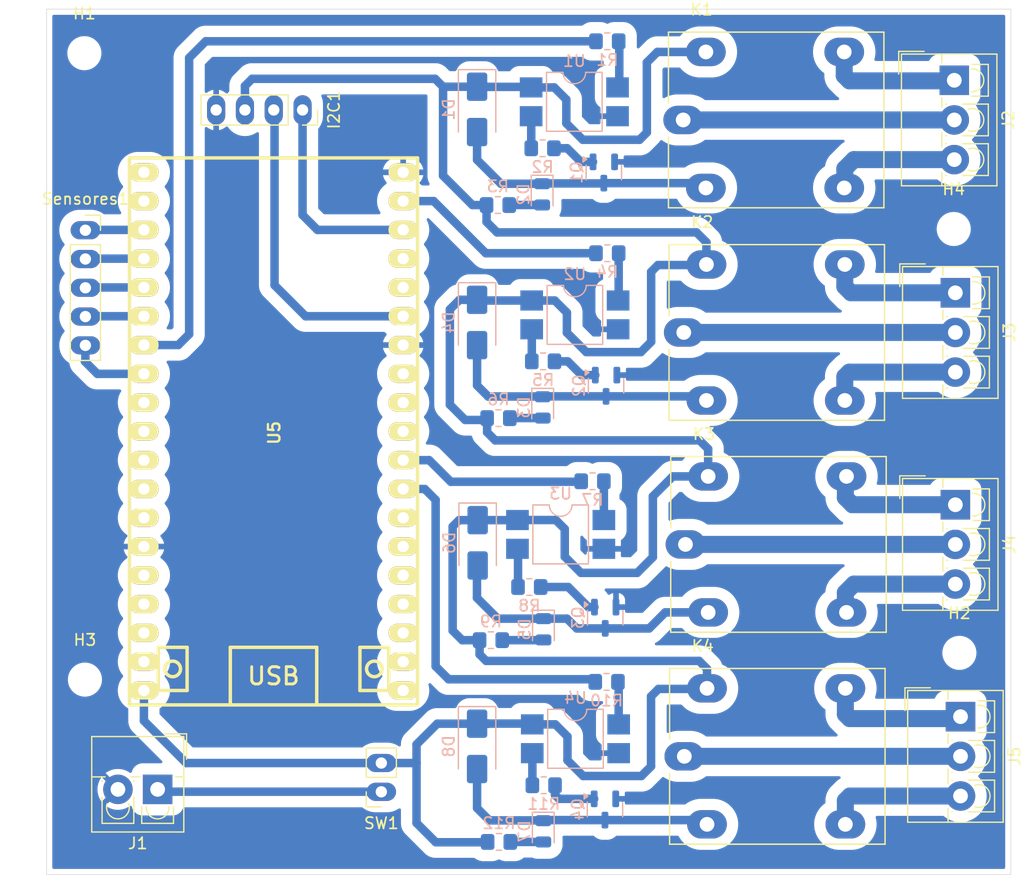
<source format=kicad_pcb>
(kicad_pcb (version 20241229) (generator "pcbnew") (generator_version "9.0")
  (layers (0 "F.Cu" signal) (2 "B.Cu" signal) (13 "F.Paste" user) (15 "B.Paste" user) (5 "F.SilkS" user "F.Silkscreen") (7 "B.SilkS" user "B.Silkscreen") (1 "F.Mask" user) (3 "B.Mask" user) (25 "Edge.Cuts" user))
  (net 0 "")
  (net 1 "Net-(D1-A)")
  (net 2 "VCC")
  (net 3 "Net-(D2-A)")
  (net 4 "Net-(D3-A)")
  (net 5 "Net-(D5-A)")
  (net 6 "Net-(J2-Pin_3)")
  (net 7 "Net-(J3-Pin_3)")
  (net 8 "Net-(J5-Pin_3)")
  (net 9 "Net-(J4-Pin_3)")
  (net 10 "GND")
  (net 11 "Net-(Q1-B)")
  (net 12 "Net-(Q2-B)")
  (net 13 "Net-(Q3-B)")
  (net 14 "Net-(Q4-B)")
  (net 15 "Net-(R1-Pad2)")
  (net 16 "Relay_1")
  (net 17 "Net-(R2-Pad1)")
  (net 18 "Net-(D7-A)")
  (net 19 "Net-(D3-K)")
  (net 20 "Net-(J4-Pin_2)")
  (net 21 "Net-(R4-Pad2)")
  (net 22 "Net-(R5-Pad1)")
  (net 23 "Net-(D5-K)")
  (net 24 "Net-(J4-Pin_1)")
  (net 25 "Net-(R7-Pad2)")
  (net 26 "Net-(R8-Pad1)")
  (net 27 "Net-(D7-K)")
  (net 28 "Net-(R10-Pad2)")
  (net 29 "Net-(R11-Pad1)")
  (net 30 "Net-(J2-Pin_2)")
  (net 31 "Net-(J2-Pin_1)")
  (net 32 "Net-(J3-Pin_2)")
  (net 33 "Net-(J3-Pin_1)")
  (net 34 "Net-(J5-Pin_2)")
  (net 35 "Net-(J5-Pin_1)")
  (net 36 "Relay_2")
  (net 37 "Relay_3")
  (net 38 "Relay_4")
  (net 57 "Net-(J1-Pin_1)")
  (net 58 "SCL")
  (net 59 "SDA")
  (net 63 "Input 34")
  (net 64 "Input 36")
  (net 66 "Input 35")
  (net 67 "Input 39")
  (net 68 "Io 33")
  (footprint "EESTN5:ESP32S" (layer "F.Cu") (at 115.45 96.56 -90)
    (property "Reference" "U5" (at 0.127 -0.0635 90) (layer "F.SilkS") (effects (font (size 1.016 1.016) (thickness 0.2032))))
    (property "Value" "DEVKIT_V1_ESP32-WROOM-32" (hide yes))
    (fp_text user "USB" (at 21.59 0 0) (layer "F.SilkS") (effects (font (size 1.524 1.524) (thickness 0.254))))
    (pad "1" thru_hole oval (at -22.86 11.43 90) (size 1.6 2.6) (drill 1) (layers "*.Cu" "*.Mask" "F.SilkS"))
    (pad "2" thru_hole oval (at -20.32 11.43 90) (size 1.6 2.6) (drill 1) (layers "*.Cu" "*.Mask" "F.SilkS"))
    (pad "3" thru_hole oval (at -17.78 11.43 90) (size 1.6 2.6) (drill 1) (layers "*.Cu" "*.Mask" "F.SilkS") (net 64 "Input 36"))
    (pad "4" thru_hole oval (at -15.24 11.43 90) (size 1.6 2.6) (drill 1) (layers "*.Cu" "*.Mask" "F.SilkS") (net 67 "Input 39"))
    (pad "5" thru_hole oval (at -12.7 11.43 90) (size 1.6 2.6) (drill 1) (layers "*.Cu" "*.Mask" "F.SilkS") (net 63 "Input 34"))
    (pad "6" thru_hole oval (at -10.16 11.43 90) (size 1.6 2.6) (drill 1) (layers "*.Cu" "*.Mask" "F.SilkS") (net 66 "Input 35"))
    (pad "7" thru_hole oval (at -7.62 11.43 90) (size 1.6 2.6) (drill 1) (layers "*.Cu" "*.Mask" "F.SilkS") (net 16 "Relay_1"))
    (pad "8" thru_hole oval (at -5.08 11.43 90) (size 1.6 2.6) (drill 1) (layers "*.Cu" "*.Mask" "F.SilkS") (net 68 "Io 33"))
    (pad "9" thru_hole oval (at -2.54 11.43 90) (size 1.6 2.6) (drill 1) (layers "*.Cu" "*.Mask" "F.SilkS"))
    (pad "10" thru_hole oval (at 0 11.43 90) (size 1.6 2.6) (drill 1) (layers "*.Cu" "*.Mask" "F.SilkS"))
    (pad "11" thru_hole oval (at 2.54 11.43 90) (size 1.6 2.6) (drill 1) (layers "*.Cu" "*.Mask" "F.SilkS"))
    (pad "12" thru_hole oval (at 5.08 11.43 90) (size 1.6 2.6) (drill 1) (layers "*.Cu" "*.Mask" "F.SilkS"))
    (pad "13" thru_hole oval (at 7.62 11.43 90) (size 1.6 2.6) (drill 1) (layers "*.Cu" "*.Mask" "F.SilkS"))
    (pad "14" thru_hole oval (at 10.16 11.43 90) (size 1.6 2.6) (drill 1) (layers "*.Cu" "*.Mask" "F.SilkS") (net 10 "GND"))
    (pad "15" thru_hole oval (at 12.7 11.43 90) (size 1.6 2.6) (drill 1) (layers "*.Cu" "*.Mask" "F.SilkS"))
    (pad "16" thru_hole oval (at 15.24 11.43 90) (size 1.6 2.6) (drill 1) (layers "*.Cu" "*.Mask" "F.SilkS"))
    (pad "17" thru_hole oval (at 17.78 11.43 90) (size 1.6 2.6) (drill 1) (layers "*.Cu" "*.Mask" "F.SilkS"))
    (pad "18" thru_hole oval (at 20.32 11.43 90) (size 1.6 2.6) (drill 1) (layers "*.Cu" "*.Mask" "F.SilkS"))
    (pad "19" thru_hole oval (at 22.86 11.43 90) (size 1.6 2.6) (drill 1) (layers "*.Cu" "*.Mask" "F.SilkS") (net 2 "VCC"))
    (pad "20" thru_hole oval (at 22.86 -11.43 90) (size 1.6 2.6) (drill 1) (layers "*.Cu" "*.Mask" "F.SilkS"))
    (pad "21" thru_hole oval (at 20.32 -11.43 90) (size 1.6 2.6) (drill 1) (layers "*.Cu" "*.Mask" "F.SilkS"))
    (pad "22" thru_hole oval (at 17.78 -11.43 90) (size 1.6 2.6) (drill 1) (layers "*.Cu" "*.Mask" "F.SilkS"))
    (pad "23" thru_hole oval (at 15.24 -11.43 90) (size 1.6 2.6) (drill 1) (layers "*.Cu" "*.Mask" "F.SilkS"))
    (pad "24" thru_hole oval (at 12.7 -11.43 90) (size 1.6 2.6) (drill 1) (layers "*.Cu" "*.Mask" "F.SilkS"))
    (pad "25" thru_hole oval (at 10.16 -11.43 90) (size 1.6 2.6) (drill 1) (layers "*.Cu" "*.Mask" "F.SilkS"))
    (pad "26" thru_hole oval (at 7.62 -11.43 90) (size 1.6 2.6) (drill 1) (layers "*.Cu" "*.Mask" "F.SilkS"))
    (pad "27" thru_hole oval (at 5.08 -11.43 90) (size 1.6 2.6) (drill 1) (layers "*.Cu" "*.Mask" "F.SilkS") (net 38 "Relay_4"))
    (pad "28" thru_hole oval (at 2.54 -11.43 90) (size 1.6 2.6) (drill 1) (layers "*.Cu" "*.Mask" "F.SilkS") (net 37 "Relay_3"))
    (pad "29" thru_hole oval (at 0 -11.43 90) (size 1.6 2.6) (drill 1) (layers "*.Cu" "*.Mask" "F.SilkS"))
    (pad "30" thru_hole oval (at -2.54 -11.43 90) (size 1.6 2.6) (drill 1) (layers "*.Cu" "*.Mask" "F.SilkS"))
    (pad "31" thru_hole oval (at -5.08 -11.43 90) (size 1.6 2.6) (drill 1) (layers "*.Cu" "*.Mask" "F.SilkS"))
    (pad "32" thru_hole oval (at -7.62 -11.43 90) (size 1.6 2.6) (drill 1) (layers "*.Cu" "*.Mask" "F.SilkS") (net 10 "GND"))
    (pad "33" thru_hole oval (at -10.16 -11.43 90) (size 1.6 2.6) (drill 1) (layers "*.Cu" "*.Mask" "F.SilkS") (net 59 "SDA"))
    (pad "34" thru_hole oval (at -12.7 -11.43 90) (size 1.6 2.6) (drill 1) (layers "*.Cu" "*.Mask" "F.SilkS"))
    (pad "35" thru_hole oval (at -15.24 -11.43 90) (size 1.6 2.6) (drill 1) (layers "*.Cu" "*.Mask" "F.SilkS"))
    (pad "36" thru_hole oval (at -17.78 -11.43 90) (size 1.6 2.6) (drill 1) (layers "*.Cu" "*.Mask" "F.SilkS") (net 58 "SCL"))
    (pad "37" thru_hole oval (at -20.32 -11.43 90) (size 1.6 2.6) (drill 1) (layers "*.Cu" "*.Mask" "F.SilkS") (net 36 "Relay_2"))
    (pad "38" thru_hole oval (at -22.86 -11.43 90) (size 1.6 2.6) (drill 1) (layers "*.Cu" "*.Mask" "F.SilkS") (net 10 "GND"))
  )
  (footprint "TerminalBlock_4Ucon:TerminalBlock_4Ucon_1x03_P3.50mm_Vertical" (layer "F.Cu") (at 175.575 84.33 -90)
    (property "Reference" "J3" (at 3.5 -4.76 90) (layer "F.SilkS"))
    (property "Value" "Re1")
    (pad "1" thru_hole rect (at 0 0 270) (size 2.6 2.6) (drill 1.3) (layers "*.Cu" "*.Mask") (net 33 "Net-(J3-Pin_1)"))
    (pad "2" thru_hole circle (at 3.5 0 270) (size 2.6 2.6) (drill 1.3) (layers "*.Cu" "*.Mask") (net 32 "Net-(J3-Pin_2)"))
    (pad "3" thru_hole circle (at 7 0 270) (size 2.6 2.6) (drill 1.3) (layers "*.Cu" "*.Mask") (net 7 "Net-(J3-Pin_3)"))
  )
  (footprint "MountingHole:MountingHole_2.5mm" (layer "F.Cu") (at 98.77 63.19)
    (property "Reference" "H1" (at 0 -3.5 0) (layer "F.SilkS"))
    (property "Value" "MountingHole")
    (pad "" np_thru_hole circle (at 0 0) (size 2.5 2.5) (drill 2.5) (layers "*.Cu" "*.Mask"))
  )
  (footprint "Connector_PinSocket_2.54mm:PinSocket_1x02_P2.54mm_Vertical" (layer "F.Cu") (at 124.955 128.36 180)
    (property "Reference" "SW1" (at 0 -2.77 0) (layer "F.SilkS"))
    (property "Value" "~")
    (pad "1" thru_hole oval (at 0 0 180) (size 2.6 1.6) (drill 1) (layers "*.Cu" "*.Mask") (net 57 "Net-(J1-Pin_1)"))
    (pad "2" thru_hole oval (at 0 2.54 180) (size 2.6 1.6) (drill 1) (layers "*.Cu" "*.Mask") (net 2 "VCC"))
  )
  (footprint "Relés:RELAY_PR14-12V-360-1C" (layer "F.Cu") (at 159.975 106.53)
    (property "Reference" "K3" (at -6.575 -9.735 0) (layer "F.SilkS"))
    (property "Value" "PR14-12V-360-1C")
    (pad "A1" thru_hole oval (at -6.2 -6) (size 3.5 2.5) (drill 1.3) (layers "*.Cu" "*.Mask") (net 2 "VCC"))
    (pad "A2" thru_hole oval (at -6.2 6) (size 3.5 2.5) (drill 1.3) (layers "*.Cu" "*.Mask") (net 23 "Net-(D5-K)"))
    (pad "COM" thru_hole oval (at -8.2 0) (size 3.5 2.5) (drill 1.3) (layers "*.Cu" "*.Mask") (net 20 "Net-(J4-Pin_2)"))
    (pad "NC" thru_hole oval (at 6 -6) (size 3.5 2.5) (drill 1.3) (layers "*.Cu" "*.Mask") (net 24 "Net-(J4-Pin_1)"))
    (pad "NO" thru_hole oval (at 6 6) (size 3.5 2.5) (drill 1.3) (layers "*.Cu" "*.Mask") (net 9 "Net-(J4-Pin_3)"))
  )
  (footprint "MountingHole:MountingHole_2.5mm" (layer "F.Cu") (at 175.43 78.7)
    (property "Reference" "H4" (at 0 -3.5 0) (layer "F.SilkS"))
    (property "Value" "MountingHole")
    (pad "" np_thru_hole circle (at 0 0) (size 2.5 2.5) (drill 2.5) (layers "*.Cu" "*.Mask"))
  )
  (footprint "TerminalBlock_4Ucon:TerminalBlock_4Ucon_1x03_P3.50mm_Vertical" (layer "F.Cu") (at 176.03 121.73 -90)
    (property "Reference" "J5" (at 3.5 -4.76 90) (layer "F.SilkS"))
    (property "Value" "Re1")
    (pad "1" thru_hole rect (at 0 0 270) (size 2.6 2.6) (drill 1.3) (layers "*.Cu" "*.Mask") (net 35 "Net-(J5-Pin_1)"))
    (pad "2" thru_hole circle (at 3.5 0 270) (size 2.6 2.6) (drill 1.3) (layers "*.Cu" "*.Mask") (net 34 "Net-(J5-Pin_2)"))
    (pad "3" thru_hole circle (at 7 0 270) (size 2.6 2.6) (drill 1.3) (layers "*.Cu" "*.Mask") (net 8 "Net-(J5-Pin_3)"))
  )
  (footprint "Relés:RELAY_PR14-12V-360-1C" (layer "F.Cu") (at 159.825 87.83)
    (property "Reference" "K2" (at -6.575 -9.735 0) (layer "F.SilkS"))
    (property "Value" "PR14-12V-360-1C")
    (pad "A1" thru_hole oval (at -6.2 -6) (size 3.5 2.5) (drill 1.3) (layers "*.Cu" "*.Mask") (net 2 "VCC"))
    (pad "A2" thru_hole oval (at -6.2 6) (size 3.5 2.5) (drill 1.3) (layers "*.Cu" "*.Mask") (net 19 "Net-(D3-K)"))
    (pad "COM" thru_hole oval (at -8.2 0) (size 3.5 2.5) (drill 1.3) (layers "*.Cu" "*.Mask") (net 32 "Net-(J3-Pin_2)"))
    (pad "NC" thru_hole oval (at 6 -6) (size 3.5 2.5) (drill 1.3) (layers "*.Cu" "*.Mask") (net 33 "Net-(J3-Pin_1)"))
    (pad "NO" thru_hole oval (at 6 6) (size 3.5 2.5) (drill 1.3) (layers "*.Cu" "*.Mask") (net 7 "Net-(J3-Pin_3)"))
  )
  (footprint "Connector_PinSocket_2.54mm:PinSocket_1x05_P2.54mm_Vertical" (layer "F.Cu") (at 98.86 78.81)
    (property "Reference" "Sensores1" (at 0 -2.77 0) (layer "F.SilkS"))
    (property "Value" "Conn_01x05_Socket")
    (pad "1" thru_hole oval (at 0 0) (size 2.6 1.6) (drill 1) (layers "*.Cu" "*.Mask") (net 64 "Input 36"))
    (pad "2" thru_hole oval (at 0 2.54) (size 2.6 1.6) (drill 1) (layers "*.Cu" "*.Mask") (net 67 "Input 39"))
    (pad "3" thru_hole oval (at 0 5.08) (size 2.6 1.6) (drill 1) (layers "*.Cu" "*.Mask") (net 63 "Input 34"))
    (pad "4" thru_hole oval (at 0 7.62) (size 2.6 1.6) (drill 1) (layers "*.Cu" "*.Mask") (net 66 "Input 35"))
    (pad "5" thru_hole oval (at 0 10.16) (size 2.6 1.6) (drill 1) (layers "*.Cu" "*.Mask") (net 68 "Io 33"))
  )
  (footprint "MountingHole:MountingHole_2.5mm" (layer "F.Cu") (at 98.82 118.46)
    (property "Reference" "H3" (at 0 -3.5 0) (layer "F.SilkS"))
    (property "Value" "MountingHole")
    (pad "" np_thru_hole circle (at 0 0) (size 2.5 2.5) (drill 2.5) (layers "*.Cu" "*.Mask"))
  )
  (footprint "Relés:RELAY_PR14-12V-360-1C" (layer "F.Cu") (at 159.775 69.08)
    (property "Reference" "K1" (at -6.575 -9.735 0) (layer "F.SilkS"))
    (property "Value" "PR14-12V-360-1C")
    (pad "A1" thru_hole oval (at -6.2 -6) (size 3.5 2.5) (drill 1.3) (layers "*.Cu" "*.Mask") (net 2 "VCC"))
    (pad "A2" thru_hole oval (at -6.2 6) (size 3.5 2.5) (drill 1.3) (layers "*.Cu" "*.Mask") (net 1 "Net-(D1-A)"))
    (pad "COM" thru_hole oval (at -8.2 0) (size 3.5 2.5) (drill 1.3) (layers "*.Cu" "*.Mask") (net 30 "Net-(J2-Pin_2)"))
    (pad "NC" thru_hole oval (at 6 -6) (size 3.5 2.5) (drill 1.3) (layers "*.Cu" "*.Mask") (net 31 "Net-(J2-Pin_1)"))
    (pad "NO" thru_hole oval (at 6 6) (size 3.5 2.5) (drill 1.3) (layers "*.Cu" "*.Mask") (net 6 "Net-(J2-Pin_3)"))
  )
  (footprint "TerminalBlock_4Ucon:TerminalBlock_4Ucon_1x03_P3.50mm_Vertical" (layer "F.Cu") (at 175.575 103.03 -90)
    (property "Reference" "J4" (at 3.5 -4.76 90) (layer "F.SilkS"))
    (property "Value" "Re1")
    (pad "1" thru_hole rect (at 0 0 270) (size 2.6 2.6) (drill 1.3) (layers "*.Cu" "*.Mask") (net 24 "Net-(J4-Pin_1)"))
    (pad "2" thru_hole circle (at 3.5 0 270) (size 2.6 2.6) (drill 1.3) (layers "*.Cu" "*.Mask") (net 20 "Net-(J4-Pin_2)"))
    (pad "3" thru_hole circle (at 7 0 270) (size 2.6 2.6) (drill 1.3) (layers "*.Cu" "*.Mask") (net 9 "Net-(J4-Pin_3)"))
  )
  (footprint "TerminalBlock_4Ucon:TerminalBlock_4Ucon_1x02_P3.50mm_Vertical" (layer "F.Cu") (at 105.23 128.145 180)
    (property "Reference" "J1" (at 1.75 -4.76 0) (layer "F.SilkS"))
    (property "Value" "Entrada")
    (pad "1" thru_hole rect (at 0 0 180) (size 2.6 2.6) (drill 1.3) (layers "*.Cu" "*.Mask") (net 57 "Net-(J1-Pin_1)"))
    (pad "2" thru_hole circle (at 3.5 0 180) (size 2.6 2.6) (drill 1.3) (layers "*.Cu" "*.Mask") (net 10 "GND"))
  )
  (footprint "Connector_PinSocket_2.54mm:PinSocket_1x04_P2.54mm_Vertical" (layer "F.Cu") (at 118.01 68.2 -90)
    (property "Reference" "I2C1" (at 0 -2.77 90) (layer "F.SilkS"))
    (property "Value" "Display")
    (pad "1" thru_hole oval (at 0 0 270) (size 2.6 1.6) (drill 1) (layers "*.Cu" "*.Mask") (net 58 "SCL"))
    (pad "2" thru_hole oval (at 0 2.54 270) (size 2.6 1.6) (drill 1) (layers "*.Cu" "*.Mask") (net 59 "SDA"))
    (pad "3" thru_hole oval (at 0 5.08 270) (size 2.6 1.6) (drill 1) (layers "*.Cu" "*.Mask") (net 2 "VCC"))
    (pad "4" thru_hole oval (at 0 7.62 270) (size 2.6 1.6) (drill 1) (layers "*.Cu" "*.Mask") (net 10 "GND"))
  )
  (footprint "TerminalBlock_4Ucon:TerminalBlock_4Ucon_1x03_P3.50mm_Vertical" (layer "F.Cu") (at 175.48 65.58 -90)
    (property "Reference" "J2" (at 3.5 -4.76 90) (layer "F.SilkS"))
    (property "Value" "Re1")
    (pad "1" thru_hole rect (at 0 0 270) (size 2.6 2.6) (drill 1.3) (layers "*.Cu" "*.Mask") (net 31 "Net-(J2-Pin_1)"))
    (pad "2" thru_hole circle (at 3.5 0 270) (size 2.6 2.6) (drill 1.3) (layers "*.Cu" "*.Mask") (net 30 "Net-(J2-Pin_2)"))
    (pad "3" thru_hole circle (at 7 0 270) (size 2.6 2.6) (drill 1.3) (layers "*.Cu" "*.Mask") (net 6 "Net-(J2-Pin_3)"))
  )
  (footprint "MountingHole:MountingHole_2.5mm" (layer "F.Cu") (at 175.93 116.1)
    (property "Reference" "H2" (at 0 -3.5 0) (layer "F.SilkS"))
    (property "Value" "MountingHole")
    (pad "" np_thru_hole circle (at 0 0) (size 2.5 2.5) (drill 2.5) (layers "*.Cu" "*.Mask"))
  )
  (footprint "Relés:RELAY_PR14-12V-360-1C" (layer "F.Cu") (at 159.875 125.23)
    (property "Reference" "K4" (at -6.575 -9.735 0) (layer "F.SilkS"))
    (property "Value" "PR14-12V-360-1C")
    (pad "A1" thru_hole oval (at -6.2 -6) (size 3.5 2.5) (drill 1.3) (layers "*.Cu" "*.Mask") (net 2 "VCC"))
    (pad "A2" thru_hole oval (at -6.2 6) (size 3.5 2.5) (drill 1.3) (layers "*.Cu" "*.Mask") (net 27 "Net-(D7-K)"))
    (pad "COM" thru_hole oval (at -8.2 0) (size 3.5 2.5) (drill 1.3) (layers "*.Cu" "*.Mask") (net 34 "Net-(J5-Pin_2)"))
    (pad "NC" thru_hole oval (at 6 -6) (size 3.5 2.5) (drill 1.3) (layers "*.Cu" "*.Mask") (net 35 "Net-(J5-Pin_1)"))
    (pad "NO" thru_hole oval (at 6 6) (size 3.5 2.5) (drill 1.3) (layers "*.Cu" "*.Mask") (net 8 "Net-(J5-Pin_3)"))
  )
  (footprint "Resistor_SMD:R_0805_2012Metric_Pad1.20x1.40mm_HandSolder" (layer "B.Cu") (at 143.58 100.96)
    (property "Reference" "R7" (at 0 1.65 0) (layer "B.SilkS") (effects (justify mirror)))
    (property "Value" "330")
    (pad "1" smd roundrect (at -1 0) (size 1.2 1.4) (layers "B.Cu" "B.Mask" "B.Paste") (roundrect_rratio 0.208333) (net 37 "Relay_3"))
    (pad "2" smd roundrect (at 1 0) (size 1.2 1.4) (layers "B.Cu" "B.Mask" "B.Paste") (roundrect_rratio 0.208333) (net 25 "Net-(R7-Pad2)"))
  )
  (footprint "Package_DIP:SMDIP-4_W7.62mm" (layer "B.Cu") (at 140.77 105.65 180)
    (property "Reference" "U3" (at 0 3.6 0) (layer "B.SilkS") (effects (justify mirror)))
    (property "Value" "PC817")
    (pad "1" smd rect (at -3.81 1.27 180) (size 2 1.78) (layers "B.Cu" "B.Mask" "B.Paste") (net 25 "Net-(R7-Pad2)"))
    (pad "2" smd rect (at -3.81 -1.27 180) (size 2 1.78) (layers "B.Cu" "B.Mask" "B.Paste") (net 10 "GND"))
    (pad "3" smd rect (at 3.81 -1.27 180) (size 2 1.78) (layers "B.Cu" "B.Mask" "B.Paste") (net 26 "Net-(R8-Pad1)"))
    (pad "4" smd rect (at 3.81 1.27 180) (size 2 1.78) (layers "B.Cu" "B.Mask" "B.Paste") (net 2 "VCC"))
  )
  (footprint "Diode_SMD:D_SMA" (layer "B.Cu") (at 133.45 106.39 -90)
    (property "Reference" "D6" (at 0 2.5 90) (layer "B.SilkS") (effects (justify mirror)))
    (property "Value" "1N4007")
    (pad "1" smd roundrect (at -2 0 270) (size 2.5 1.8) (layers "B.Cu" "B.Mask" "B.Paste") (roundrect_rratio 0.1388888889) (net 2 "VCC"))
    (pad "2" smd roundrect (at 2 0 270) (size 2.5 1.8) (layers "B.Cu" "B.Mask" "B.Paste") (roundrect_rratio 0.1388888889) (net 23 "Net-(D5-K)"))
  )
  (footprint "Resistor_SMD:R_0805_2012Metric_Pad1.20x1.40mm_HandSolder" (layer "B.Cu") (at 144.885 80.84)
    (property "Reference" "R4" (at 0 1.65 0) (layer "B.SilkS") (effects (justify mirror)))
    (property "Value" "330")
    (pad "1" smd roundrect (at -1 0) (size 1.2 1.4) (layers "B.Cu" "B.Mask" "B.Paste") (roundrect_rratio 0.208333) (net 36 "Relay_2"))
    (pad "2" smd roundrect (at 1 0) (size 1.2 1.4) (layers "B.Cu" "B.Mask" "B.Paste") (roundrect_rratio 0.208333) (net 21 "Net-(R4-Pad2)"))
  )
  (footprint "Resistor_SMD:R_0805_2012Metric_Pad1.20x1.40mm_HandSolder" (layer "B.Cu") (at 144.82 118.66)
    (property "Reference" "R10" (at 0 1.65 0) (layer "B.SilkS") (effects (justify mirror)))
    (property "Value" "330")
    (pad "1" smd roundrect (at -1 0) (size 1.2 1.4) (layers "B.Cu" "B.Mask" "B.Paste") (roundrect_rratio 0.208333) (net 38 "Relay_4"))
    (pad "2" smd roundrect (at 1 0) (size 1.2 1.4) (layers "B.Cu" "B.Mask" "B.Paste") (roundrect_rratio 0.208333) (net 28 "Net-(R10-Pad2)"))
  )
  (footprint "Resistor_SMD:R_0805_2012Metric_Pad1.20x1.40mm_HandSolder" (layer "B.Cu") (at 135.235 76.59 180)
    (property "Reference" "R3" (at 0 1.65 0) (layer "B.SilkS") (effects (justify mirror)))
    (property "Value" "330")
    (pad "1" smd roundrect (at -1 0 180) (size 1.2 1.4) (layers "B.Cu" "B.Mask" "B.Paste") (roundrect_rratio 0.208333) (net 3 "Net-(D2-A)"))
    (pad "2" smd roundrect (at 1 0 180) (size 1.2 1.4) (layers "B.Cu" "B.Mask" "B.Paste") (roundrect_rratio 0.208333) (net 2 "VCC"))
  )
  (footprint "Resistor_SMD:R_0805_2012Metric_Pad1.20x1.40mm_HandSolder" (layer "B.Cu") (at 139.225 90.38)
    (property "Reference" "R5" (at 0 1.65 0) (layer "B.SilkS") (effects (justify mirror)))
    (property "Value" "1k")
    (pad "1" smd roundrect (at -1 0) (size 1.2 1.4) (layers "B.Cu" "B.Mask" "B.Paste") (roundrect_rratio 0.208333) (net 22 "Net-(R5-Pad1)"))
    (pad "2" smd roundrect (at 1 0) (size 1.2 1.4) (layers "B.Cu" "B.Mask" "B.Paste") (roundrect_rratio 0.208333) (net 12 "Net-(Q2-B)"))
  )
  (footprint "Resistor_SMD:R_0805_2012Metric_Pad1.20x1.40mm_HandSolder" (layer "B.Cu") (at 138.01 110.29)
    (property "Reference" "R8" (at 0 1.65 0) (layer "B.SilkS") (effects (justify mirror)))
    (property "Value" "1k")
    (pad "1" smd roundrect (at -1 0) (size 1.2 1.4) (layers "B.Cu" "B.Mask" "B.Paste") (roundrect_rratio 0.208333) (net 26 "Net-(R8-Pad1)"))
    (pad "2" smd roundrect (at 1 0) (size 1.2 1.4) (layers "B.Cu" "B.Mask" "B.Paste") (roundrect_rratio 0.208333) (net 13 "Net-(Q3-B)"))
  )
  (footprint "Resistor_SMD:R_0805_2012Metric_Pad1.20x1.40mm_HandSolder" (layer "B.Cu") (at 134.62 114.98 180)
    (property "Reference" "R9" (at 0 1.65 0) (layer "B.SilkS") (effects (justify mirror)))
    (property "Value" "330")
    (pad "1" smd roundrect (at -1 0 180) (size 1.2 1.4) (layers "B.Cu" "B.Mask" "B.Paste") (roundrect_rratio 0.208333) (net 5 "Net-(D5-A)"))
    (pad "2" smd roundrect (at 1 0 180) (size 1.2 1.4) (layers "B.Cu" "B.Mask" "B.Paste") (roundrect_rratio 0.208333) (net 2 "VCC"))
  )
  (footprint "LED_SMD:LED_0805_2012Metric" (layer "B.Cu") (at 139.185 94.445 -90)
    (property "Reference" "D3" (at 0 1.65 90) (layer "B.SilkS") (effects (justify mirror)))
    (property "Value" "LED")
    (pad "1" smd roundrect (at -0.9375 0 270) (size 0.975 1.4) (layers "B.Cu" "B.Mask" "B.Paste") (net 19 "Net-(D3-K)"))
    (pad "2" smd roundrect (at 0.9375 0 270) (size 0.975 1.4) (layers "B.Cu" "B.Mask" "B.Paste") (net 4 "Net-(D3-A)"))
  )
  (footprint "Resistor_SMD:R_0805_2012Metric_Pad1.20x1.40mm_HandSolder" (layer "B.Cu") (at 139.275 127.78)
    (property "Reference" "R11" (at 0 1.65 0) (layer "B.SilkS") (effects (justify mirror)))
    (property "Value" "1k")
    (pad "1" smd roundrect (at -1 0) (size 1.2 1.4) (layers "B.Cu" "B.Mask" "B.Paste") (roundrect_rratio 0.208333) (net 29 "Net-(R11-Pad1)"))
    (pad "2" smd roundrect (at 1 0) (size 1.2 1.4) (layers "B.Cu" "B.Mask" "B.Paste") (roundrect_rratio 0.208333) (net 14 "Net-(Q4-B)"))
  )
  (footprint "Package_TO_SOT_SMD:SOT-23" (layer "B.Cu") (at 144.775 92.53 -90)
    (property "Reference" "Q2" (at 0 2.4 90) (layer "B.SilkS") (effects (justify mirror)))
    (property "Value" "MMBT2222A")
    (pad "1" smd roundrect (at -0.9375 0.95 270) (size 1.475 0.6) (layers "B.Cu" "B.Mask" "B.Paste") (net 12 "Net-(Q2-B)"))
    (pad "2" smd roundrect (at -0.9375 -0.95 270) (size 1.475 0.6) (layers "B.Cu" "B.Mask" "B.Paste") (net 10 "GND"))
    (pad "3" smd roundrect (at 0.9375 0 270) (size 1.475 0.6) (layers "B.Cu" "B.Mask" "B.Paste") (net 19 "Net-(D3-K)"))
  )
  (footprint "LED_SMD:LED_0805_2012Metric" (layer "B.Cu") (at 139.25 114.02 -90)
    (property "Reference" "D5" (at 0 1.65 90) (layer "B.SilkS") (effects (justify mirror)))
    (property "Value" "LED")
    (pad "1" smd roundrect (at -0.9375 0 270) (size 0.975 1.4) (layers "B.Cu" "B.Mask" "B.Paste") (net 23 "Net-(D5-K)"))
    (pad "2" smd roundrect (at 0.9375 0 270) (size 0.975 1.4) (layers "B.Cu" "B.Mask" "B.Paste") (net 5 "Net-(D5-A)"))
  )
  (footprint "Resistor_SMD:R_0805_2012Metric_Pad1.20x1.40mm_HandSolder" (layer "B.Cu") (at 135.285 95.39 180)
    (property "Reference" "R6" (at 0 1.65 0) (layer "B.SilkS") (effects (justify mirror)))
    (property "Value" "330")
    (pad "1" smd roundrect (at -1 0 180) (size 1.2 1.4) (layers "B.Cu" "B.Mask" "B.Paste") (roundrect_rratio 0.208333) (net 4 "Net-(D3-A)"))
    (pad "2" smd roundrect (at 1 0 180) (size 1.2 1.4) (layers "B.Cu" "B.Mask" "B.Paste") (roundrect_rratio 0.208333) (net 2 "VCC"))
  )
  (footprint "Package_DIP:SMDIP-4_W7.62mm" (layer "B.Cu") (at 142.075 123.68 180)
    (property "Reference" "U4" (at 0 3.6 0) (layer "B.SilkS") (effects (justify mirror)))
    (property "Value" "PC817")
    (pad "1" smd rect (at -3.81 1.27 180) (size 2 1.78) (layers "B.Cu" "B.Mask" "B.Paste") (net 28 "Net-(R10-Pad2)"))
    (pad "2" smd rect (at -3.81 -1.27 180) (size 2 1.78) (layers "B.Cu" "B.Mask" "B.Paste") (net 10 "GND"))
    (pad "3" smd rect (at 3.81 -1.27 180) (size 2 1.78) (layers "B.Cu" "B.Mask" "B.Paste") (net 29 "Net-(R11-Pad1)"))
    (pad "4" smd rect (at 3.81 1.27 180) (size 2 1.78) (layers "B.Cu" "B.Mask" "B.Paste") (net 2 "VCC"))
  )
  (footprint "Package_TO_SOT_SMD:SOT-23" (layer "B.Cu") (at 144.7 113 -90)
    (property "Reference" "Q3" (at 0 2.4 90) (layer "B.SilkS") (effects (justify mirror)))
    (property "Value" "MMBT2222A")
    (pad "1" smd roundrect (at -0.9375 0.95 270) (size 1.475 0.6) (layers "B.Cu" "B.Mask" "B.Paste") (net 13 "Net-(Q3-B)"))
    (pad "2" smd roundrect (at -0.9375 -0.95 270) (size 1.475 0.6) (layers "B.Cu" "B.Mask" "B.Paste") (net 10 "GND"))
    (pad "3" smd roundrect (at 0.9375 0 270) (size 1.475 0.6) (layers "B.Cu" "B.Mask" "B.Paste") (net 23 "Net-(D5-K)"))
  )
  (footprint "Resistor_SMD:R_0805_2012Metric_Pad1.20x1.40mm_HandSolder" (layer "B.Cu") (at 144.885 62.14)
    (property "Reference" "R1" (at 0 1.65 0) (layer "B.SilkS") (effects (justify mirror)))
    (property "Value" "330")
    (pad "1" smd roundrect (at -1 0) (size 1.2 1.4) (layers "B.Cu" "B.Mask" "B.Paste") (roundrect_rratio 0.208333) (net 16 "Relay_1"))
    (pad "2" smd roundrect (at 1 0) (size 1.2 1.4) (layers "B.Cu" "B.Mask" "B.Paste") (roundrect_rratio 0.208333) (net 15 "Net-(R1-Pad2)"))
  )
  (footprint "LED_SMD:LED_0805_2012Metric" (layer "B.Cu") (at 139.135 75.645 -90)
    (property "Reference" "D2" (at 0 1.65 90) (layer "B.SilkS") (effects (justify mirror)))
    (property "Value" "LED")
    (pad "1" smd roundrect (at -0.9375 0 270) (size 0.975 1.4) (layers "B.Cu" "B.Mask" "B.Paste") (net 1 "Net-(D1-A)"))
    (pad "2" smd roundrect (at 0.9375 0 270) (size 0.975 1.4) (layers "B.Cu" "B.Mask" "B.Paste") (net 3 "Net-(D2-A)"))
  )
  (footprint "Package_DIP:SMDIP-4_W7.62mm" (layer "B.Cu") (at 141.975 67.48 180)
    (property "Reference" "U1" (at 0 3.6 0) (layer "B.SilkS") (effects (justify mirror)))
    (property "Value" "PC817")
    (pad "1" smd rect (at -3.81 1.27 180) (size 2 1.78) (layers "B.Cu" "B.Mask" "B.Paste") (net 15 "Net-(R1-Pad2)"))
    (pad "2" smd rect (at -3.81 -1.27 180) (size 2 1.78) (layers "B.Cu" "B.Mask" "B.Paste") (net 10 "GND"))
    (pad "3" smd rect (at 3.81 -1.27 180) (size 2 1.78) (layers "B.Cu" "B.Mask" "B.Paste") (net 17 "Net-(R2-Pad1)"))
    (pad "4" smd rect (at 3.81 1.27 180) (size 2 1.78) (layers "B.Cu" "B.Mask" "B.Paste") (net 2 "VCC"))
  )
  (footprint "Diode_SMD:D_SMA" (layer "B.Cu") (at 133.4 68.15 -90)
    (property "Reference" "D1" (at 0 2.5 90) (layer "B.SilkS") (effects (justify mirror)))
    (property "Value" "1N4007")
    (pad "1" smd roundrect (at -2 0 270) (size 2.5 1.8) (layers "B.Cu" "B.Mask" "B.Paste") (roundrect_rratio 0.1388888889) (net 2 "VCC"))
    (pad "2" smd roundrect (at 2 0 270) (size 2.5 1.8) (layers "B.Cu" "B.Mask" "B.Paste") (roundrect_rratio 0.1388888889) (net 1 "Net-(D1-A)"))
  )
  (footprint "Package_DIP:SMDIP-4_W7.62mm" (layer "B.Cu") (at 142.025 86.28 180)
    (property "Reference" "U2" (at 0 3.6 0) (layer "B.SilkS") (effects (justify mirror)))
    (property "Value" "PC817")
    (pad "1" smd rect (at -3.81 1.27 180) (size 2 1.78) (layers "B.Cu" "B.Mask" "B.Paste") (net 21 "Net-(R4-Pad2)"))
    (pad "2" smd rect (at -3.81 -1.27 180) (size 2 1.78) (layers "B.Cu" "B.Mask" "B.Paste") (net 10 "GND"))
    (pad "3" smd rect (at 3.81 -1.27 180) (size 2 1.78) (layers "B.Cu" "B.Mask" "B.Paste") (net 22 "Net-(R5-Pad1)"))
    (pad "4" smd rect (at 3.81 1.27 180) (size 2 1.78) (layers "B.Cu" "B.Mask" "B.Paste") (net 2 "VCC"))
  )
  (footprint "Diode_SMD:D_SMA" (layer "B.Cu") (at 133.4 124.35 -90)
    (property "Reference" "D8" (at 0 2.5 90) (layer "B.SilkS") (effects (justify mirror)))
    (property "Value" "1N4007")
    (pad "1" smd roundrect (at -2 0 270) (size 2.5 1.8) (layers "B.Cu" "B.Mask" "B.Paste") (roundrect_rratio 0.1388888889) (net 2 "VCC"))
    (pad "2" smd roundrect (at 2 0 270) (size 2.5 1.8) (layers "B.Cu" "B.Mask" "B.Paste") (roundrect_rratio 0.1388888889) (net 27 "Net-(D7-K)"))
  )
  (footprint "Resistor_SMD:R_0805_2012Metric_Pad1.20x1.40mm_HandSolder" (layer "B.Cu") (at 139.175 71.58)
    (property "Reference" "R2" (at 0 1.65 0) (layer "B.SilkS") (effects (justify mirror)))
    (property "Value" "1k")
    (pad "1" smd roundrect (at -1 0) (size 1.2 1.4) (layers "B.Cu" "B.Mask" "B.Paste") (roundrect_rratio 0.208333) (net 17 "Net-(R2-Pad1)"))
    (pad "2" smd roundrect (at 1 0) (size 1.2 1.4) (layers "B.Cu" "B.Mask" "B.Paste") (roundrect_rratio 0.208333) (net 11 "Net-(Q1-B)"))
  )
  (footprint "Package_TO_SOT_SMD:SOT-23" (layer "B.Cu") (at 144.575 73.7175 -90)
    (property "Reference" "Q1" (at 0 2.4 90) (layer "B.SilkS") (effects (justify mirror)))
    (property "Value" "MMBT2222A")
    (pad "1" smd roundrect (at -0.9375 0.95 270) (size 1.475 0.6) (layers "B.Cu" "B.Mask" "B.Paste") (net 11 "Net-(Q1-B)"))
    (pad "2" smd roundrect (at -0.9375 -0.95 270) (size 1.475 0.6) (layers "B.Cu" "B.Mask" "B.Paste") (net 10 "GND"))
    (pad "3" smd roundrect (at 0.9375 0 270) (size 1.475 0.6) (layers "B.Cu" "B.Mask" "B.Paste") (net 1 "Net-(D1-A)"))
  )
  (footprint "Resistor_SMD:R_0805_2012Metric_Pad1.20x1.40mm_HandSolder" (layer "B.Cu") (at 135.33 132.78 180)
    (property "Reference" "R12" (at 0 1.65 0) (layer "B.SilkS") (effects (justify mirror)))
    (property "Value" "330")
    (pad "1" smd roundrect (at -1 0 180) (size 1.2 1.4) (layers "B.Cu" "B.Mask" "B.Paste") (roundrect_rratio 0.208333) (net 18 "Net-(D7-A)"))
    (pad "2" smd roundrect (at 1 0 180) (size 1.2 1.4) (layers "B.Cu" "B.Mask" "B.Paste") (roundrect_rratio 0.208333) (net 2 "VCC"))
  )
  (footprint "Package_TO_SOT_SMD:SOT-23" (layer "B.Cu") (at 144.675 129.9175 -90)
    (property "Reference" "Q4" (at 0 2.4 90) (layer "B.SilkS") (effects (justify mirror)))
    (property "Value" "MMBT2222A")
    (pad "1" smd roundrect (at -0.9375 0.95 270) (size 1.475 0.6) (layers "B.Cu" "B.Mask" "B.Paste") (net 14 "Net-(Q4-B)"))
    (pad "2" smd roundrect (at -0.9375 -0.95 270) (size 1.475 0.6) (layers "B.Cu" "B.Mask" "B.Paste") (net 10 "GND"))
    (pad "3" smd roundrect (at 0.9375 0 270) (size 1.475 0.6) (layers "B.Cu" "B.Mask" "B.Paste") (net 27 "Net-(D7-K)"))
  )
  (footprint "LED_SMD:LED_0805_2012Metric" (layer "B.Cu") (at 139.235 131.845 -90)
    (property "Reference" "D7" (at 0 1.65 90) (layer "B.SilkS") (effects (justify mirror)))
    (property "Value" "LED")
    (pad "1" smd roundrect (at -0.9375 0 270) (size 0.975 1.4) (layers "B.Cu" "B.Mask" "B.Paste") (net 27 "Net-(D7-K)"))
    (pad "2" smd roundrect (at 0.9375 0 270) (size 0.975 1.4) (layers "B.Cu" "B.Mask" "B.Paste") (net 18 "Net-(D7-A)"))
  )
  (footprint "Diode_SMD:D_SMA" (layer "B.Cu") (at 133.4 86.95 -90)
    (property "Reference" "D4" (at 0 2.5 90) (layer "B.SilkS") (effects (justify mirror)))
    (property "Value" "1N4007")
    (pad "1" smd roundrect (at -2 0 270) (size 2.5 1.8) (layers "B.Cu" "B.Mask" "B.Paste") (roundrect_rratio 0.1388888889) (net 2 "VCC"))
    (pad "2" smd roundrect (at 2 0 270) (size 2.5 1.8) (layers "B.Cu" "B.Mask" "B.Paste") (roundrect_rratio 0.1388888889) (net 19 "Net-(D3-K)"))
  )
  (gr_rect (start 95.44 59.305) (end 180.47 135.665) (stroke (width 0.05)) (fill no) (layer "Edge.Cuts"))
  (segment (start 153.575 74.575) (end 153.575 75.08) (width 0.75) (layer "B.Cu") (net 1))
  (segment (start 153.525 75.03) (end 153.625 75.13) (width 0.75) (layer "B.Cu") (net 1))
  (segment (start 144.53 74.68) (end 139.1625 74.68) (width 0.75) (layer "B.Cu") (net 1))
  (segment (start 153.625 74.625) (end 153.625 75.13) (width 0.75) (layer "B.Cu") (net 1))
  (segment (start 135.5075 74.7075) (end 139.135 74.7075) (width 0.75) (layer "B.Cu") (net 1))
  (segment (start 133.4 72.6) (end 135.5075 74.7075) (width 0.75) (layer "B.Cu") (net 1))
  (segment (start 133.4 70.15) (end 133.4 72.6) (width 0.75) (layer "B.Cu") (net 1))
  (segment (start 144.565 74.645) (end 144.53 74.68) (width 0.75) (layer "B.Cu") (net 1))
  (segment (start 153.15 74.655) (end 153.575 75.08) (width 0.75) (layer "B.Cu") (net 1))
  (segment (start 144.575 74.655) (end 153.15 74.655) (width 0.75) (layer "B.Cu") (net 1))
  (segment (start 139.1625 74.68) (end 139.135 74.7075) (width 0.75) (layer "B.Cu") (net 1))
  (segment (start 134.285 66.16) (end 134.275 66.15) (width 0.75) (layer "B.Cu") (net 2))
  (segment (start 138.165 66.21) (end 140.2 66.21) (width 0.75) (layer "B.Cu") (net 2))
  (segment (start 132.09 114.98) (end 133.62 114.98) (width 0.75) (layer "B.Cu") (net 2))
  (segment (start 153.02 97.35) (end 153.775 98.105) (width 0.75) (layer "B.Cu") (net 2))
  (segment (start 113.56 65.45) (end 112.93 66.08) (width 0.75) (layer "B.Cu") (net 2))
  (segment (start 148.37 70.185) (end 148.37 64.01) (width 0.75) (layer "B.Cu") (net 2))
  (segment (start 104.02 122.09) (end 104.02 119.42) (width 0.75) (layer "B.Cu") (net 2))
  (segment (start 138.215 85.01) (end 140.25 85.01) (width 0.75) (layer "B.Cu") (net 2))
  (segment (start 147.725 70.83) (end 148.37 70.185) (width 0.75) (layer "B.Cu") (net 2))
  (segment (start 148.75 82.48) (end 149.35 81.88) (width 0.75) (layer "B.Cu") (net 2))
  (segment (start 138.195 122.34) (end 134.385 122.34) (width 0.75) (layer "B.Cu") (net 2))
  (segment (start 132.99 76.59) (end 130.4 74) (width 0.75) (layer "B.Cu") (net 2))
  (segment (start 142.72 70.83) (end 147.725 70.83) (width 0.75) (layer "B.Cu") (net 2))
  (segment (start 134.285 95.545) (end 134.285 96.64) (width 0.75) (layer "B.Cu") (net 2))
  (segment (start 153.775 98.105) (end 153.775 100.53) (width 0.75) (layer "B.Cu") (net 2))
  (segment (start 133.62 114.98) (end 133.62 116.23) (width 0.75) (layer "B.Cu") (net 2))
  (segment (start 141.13 105.17) (end 141.13 107.61) (width 0.75) (layer "B.Cu") (net 2))
  (segment (start 112.93 66.08) (end 112.93 68.2) (width 0.75) (layer "B.Cu") (net 2))
  (segment (start 131.81 104.39) (end 131.245 104.955) (width 0.75) (layer "B.Cu") (net 2))
  (segment (start 141.32 86.08) (end 141.32 87.85) (width 0.75) (layer "B.Cu") (net 2))
  (segment (start 129.76 132.81) (end 128.06 131.11) (width 0.75) (layer "B.Cu") (net 2))
  (segment (start 138.265 122.41) (end 140.3 122.41) (width 0.75) (layer "B.Cu") (net 2))
  (segment (start 131.85 84.95) (end 133.4 84.95) (width 0.75) (layer "B.Cu") (net 2))
  (segment (start 148.37 64.01) (end 149.3 63.08) (width 0.75) (layer "B.Cu") (net 2))
  (segment (start 134.995 97.35) (end 153.02 97.35) (width 0.75) (layer "B.Cu") (net 2))
  (segment (start 140.2 66.21) (end 141.27 67.28) (width 0.75) (layer "B.Cu") (net 2))
  (segment (start 147.89 126.965) (end 148.74 126.115) (width 0.75) (layer "B.Cu") (net 2))
  (segment (start 133.45 104.39) (end 131.81 104.39) (width 0.75) (layer "B.Cu") (net 2))
  (segment (start 130.4 74) (end 130.4 66.15) (width 0.75) (layer "B.Cu") (net 2))
  (segment (start 140.25 85.01) (end 141.32 86.08) (width 0.75) (layer "B.Cu") (net 2))
  (segment (start 132.35 95.55) (end 131 94.2) (width 0.75) (layer "B.Cu") (net 2))
  (segment (start 140.3 122.41) (end 141.37 123.48) (width 0.75) (layer "B.Cu") (net 2))
  (segment (start 131.245 114.135) (end 132.09 114.98) (width 0.75) (layer "B.Cu") (net 2))
  (segment (start 128.06 131.11) (end 128.06 125.82) (width 0.75) (layer "B.Cu") (net 2))
  (segment (start 133.4 84.95) (end 133.46 85.01) (width 0.75) (layer "B.Cu") (net 2))
  (segment (start 131.245 104.955) (end 131.245 114.135) (width 0.75) (layer "B.Cu") (net 2))
  (segment (start 141.27 69.38) (end 142.72 70.83) (width 0.75) (layer "B.Cu") (net 2))
  (segment (start 149.3 63.08) (end 153.575 63.08) (width 0.75) (layer "B.Cu") (net 2))
  (segment (start 130.4 66.15) (end 129.7 65.45) (width 0.75) (layer "B.Cu") (net 2))
  (segment (start 148.75 88.655) (end 148.75 82.48) (width 0.75) (layer "B.Cu") (net 2))
  (segment (start 150.66 100.53) (end 153.775 100.53) (width 0.75) (layer "B.Cu") (net 2))
  (segment (start 128.06 125.82) (end 124.955 125.82) (width 0.75) (layer "B.Cu") (net 2))
  (segment (start 107.75 125.82) (end 104.02 122.09) (width 0.75) (layer "B.Cu") (net 2))
  (segment (start 138.265 122.41) (end 138.195 122.34) (width 0.75) (layer "B.Cu") (net 2))
  (segment (start 149.35 81.88) (end 153.625 81.88) (width 0.75) (layer "B.Cu") (net 2))
  (segment (start 136.95 104.39) (end 136.96 104.38) (width 0.75) (layer "B.Cu") (net 2))
  (segment (start 136.96 104.38) (end 140.34 104.38) (width 0.75) (layer "B.Cu") (net 2))
  (segment (start 140.34 104.38) (end 141.13 105.17) (width 0.75) (layer "B.Cu") (net 2))
  (segment (start 141.37 123.48) (end 141.37 125.58) (width 0.75) (layer "B.Cu") (net 2))
  (segment (start 141.13 107.61) (end 142.56 109.04) (width 0.75) (layer "B.Cu") (net 2))
  (segment (start 147.84 89.565) (end 148.75 88.655) (width 0.75) (layer "B.Cu") (net 2))
  (segment (start 134.425 95.55) (end 132.35 95.55) (width 0.75) (layer "B.Cu") (net 2))
  (segment (start 135.16 79) (end 152.75 79) (width 0.75) (layer "B.Cu") (net 2))
  (segment (start 153.675 117.505) (end 153.675 119.23) (width 0.75) (layer "B.Cu") (net 2))
  (segment (start 134.385 122.34) (end 134.375 122.35) (width 0.75) (layer "B.Cu") (net 2))
  (segment (start 133.62 116.23) (end 134.2 116.81) (width 0.75) (layer "B.Cu") (net 2))
  (segment (start 147.52 109.04) (end 148.9 107.66) (width 0.75) (layer "B.Cu") (net 2))
  (segment (start 129.89 122.35) (end 128.06 124.18) (width 0.75) (layer "B.Cu") (net 2))
  (segment (start 134.335 132.81) (end 129.76 132.81) (width 0.75) (layer "B.Cu") (net 2))
  (segment (start 152.98 116.81) (end 153.675 117.505) (width 0.75) (layer "B.Cu") (net 2))
  (segment (start 131 94.2) (end 131 85.8) (width 0.75) (layer "B.Cu") (net 2))
  (segment (start 133.46 85.01) (end 138.215 85.01) (width 0.75) (layer "B.Cu") (net 2))
  (segment (start 152.75 79) (end 153.625 79.875) (width 0.75) (layer "B.Cu") (net 2))
  (segment (start 141.37 125.58) (end 142.755 126.965) (width 0.75) (layer "B.Cu") (net 2))
  (segment (start 153.625 79.875) (end 153.625 81.83) (width 0.75) (layer "B.Cu") (net 2))
  (segment (start 149.4 119.28) (end 153.675 119.28) (width 0.75) (layer "B.Cu") (net 2))
  (segment (start 138.115 66.16) (end 134.285 66.16) (width 0.75) (layer "B.Cu") (net 2))
  (segment (start 148.74 126.115) (end 148.74 119.94) (width 0.75) (layer "B.Cu") (net 2))
  (segment (start 131 85.8) (end 131.85 84.95) (width 0.75) (layer "B.Cu") (net 2))
  (segment (start 134.235 76.59) (end 132.99 76.59) (width 0.75) (layer "B.Cu") (net 2))
  (segment (start 138.165 66.21) (end 138.115 66.16) (width 0.75) (layer "B.Cu") (net 2))
  (segment (start 148.9 102.29) (end 150.66 100.53) (width 0.75) (layer "B.Cu") (net 2))
  (segment (start 148.9 107.66) (end 148.9 102.29) (width 0.75) (layer "B.Cu") (net 2))
  (segment (start 134.235 76.59) (end 134.235 78.075) (width 0.75) (layer "B.Cu") (net 2))
  (segment (start 129.7 65.45) (end 113.56 65.45) (width 0.75) (layer "B.Cu") (net 2))
  (segment (start 133.45 104.39) (end 136.95 104.39) (width 0.75) (layer "B.Cu") (net 2))
  (segment (start 124.955 125.82) (end 107.75 125.82) (width 0.75) (layer "B.Cu") (net 2))
  (segment (start 142.56 109.04) (end 147.52 109.04) (width 0.75) (layer "B.Cu") (net 2))
  (segment (start 134.275 66.15) (end 130.4 66.15) (width 0.75) (layer "B.Cu") (net 2))
  (segment (start 134.375 122.35) (end 129.89 122.35) (width 0.75) (layer "B.Cu") (net 2))
  (segment (start 141.32 87.85) (end 143.035 89.565) (width 0.75) (layer "B.Cu") (net 2))
  (segment (start 134.235 78.075) (end 135.16 79) (width 0.75) (layer "B.Cu") (net 2))
  (segment (start 134.2 116.81) (end 152.98 116.81) (width 0.75) (layer "B.Cu") (net 2))
  (segment (start 142.755 126.965) (end 147.89 126.965) (width 0.75) (layer "B.Cu") (net 2))
  (segment (start 148.74 119.94) (end 149.4 119.28) (width 0.75) (layer "B.Cu") (net 2))
  (segment (start 134.285 96.64) (end 134.995 97.35) (width 0.75) (layer "B.Cu") (net 2))
  (segment (start 141.27 67.28) (end 141.27 69.38) (width 0.75) (layer "B.Cu") (net 2))
  (segment (start 143.035 89.565) (end 147.84 89.565) (width 0.75) (layer "B.Cu") (net 2))
  (segment (start 128.06 124.18) (end 128.06 125.82) (width 0.75) (layer "B.Cu") (net 2))
  (segment (start 136.2425 76.5825) (end 136.235 76.59) (width 0.75) (layer "B.Cu") (net 3))
  (segment (start 139.135 76.645) (end 139.0725 76.5825) (width 0.75) (layer "B.Cu") (net 3))
  (segment (start 139.0725 76.5825) (end 136.2425 76.5825) (width 0.75) (layer "B.Cu") (net 3))
  (segment (start 139.1225 95.3825) (end 136.2925 95.3825) (width 0.75) (layer "B.Cu") (net 4))
  (segment (start 139.185 95.445) (end 139.1225 95.3825) (width 0.75) (layer "B.Cu") (net 4))
  (segment (start 136.2925 95.3825) (end 136.285 95.39) (width 0.75) (layer "B.Cu") (net 4))
  (segment (start 135.62 114.98) (end 139.2275 114.98) (width 0.75) (layer "B.Cu") (net 5))
  (segment (start 139.2275 114.98) (end 139.25 114.9575) (width 0.75) (layer "B.Cu") (net 5))
  (segment (start 165.825 75.13) (end 165.825 73.38) (width 1.5) (layer "B.Cu") (net 6))
  (segment (start 165.825 73.38) (end 166.625 72.58) (width 1.5) (layer "B.Cu") (net 6))
  (segment (start 166.625 72.58) (end 175.48 72.58) (width 1.5) (layer "B.Cu") (net 6))
  (segment (start 165.825 91.7275) (end 166.2225 91.33) (width 1.5) (layer "B.Cu") (net 7))
  (segment (start 165.825 93.88) (end 165.825 91.7275) (width 1.5) (layer "B.Cu") (net 7))
  (segment (start 166.2225 91.33) (end 175.575 91.33) (width 1.5) (layer "B.Cu") (net 7))
  (segment (start 165.875 129.1275) (end 166.2725 128.73) (width 1.5) (layer "B.Cu") (net 8))
  (segment (start 166.2725 128.73) (end 175.625 128.73) (width 1.5) (layer "B.Cu") (net 8))
  (segment (start 165.875 131.23) (end 165.875 129.1275) (width 1.5) (layer "B.Cu") (net 8))
  (segment (start 165.875 112.53) (end 165.875 110.78) (width 1.5) (layer "B.Cu") (net 9))
  (segment (start 166.625 110.03) (end 175.58 110.03) (width 1.5) (layer "B.Cu") (net 9))
  (segment (start 165.875 110.78) (end 166.625 110.03) (width 1.5) (layer "B.Cu") (net 9))
  (segment (start 141.34868 71.58) (end 142.54868 72.78) (width 0.75) (layer "B.Cu") (net 11))
  (segment (start 142.54868 72.78) (end 143.625 72.78) (width 0.75) (layer "B.Cu") (net 11))
  (segment (start 140.175 71.58) (end 141.34868 71.58) (width 0.75) (layer "B.Cu") (net 11))
  (segment (start 142.61118 91.5925) (end 143.825 91.5925) (width 0.75) (layer "B.Cu") (net 12))
  (segment (start 140.225 90.38) (end 141.39868 90.38) (width 0.75) (layer "B.Cu") (net 12))
  (segment (start 141.39868 90.38) (end 142.61118 91.5925) (width 0.75) (layer "B.Cu") (net 12))
  (segment (start 143.2125 112.0625) (end 141.44 110.29) (width 0.75) (layer "B.Cu") (net 13))
  (segment (start 143.75 112.0625) (end 143.2125 112.0625) (width 0.75) (layer "B.Cu") (net 13))
  (segment (start 141.44 110.29) (end 139.01 110.29) (width 0.75) (layer "B.Cu") (net 13))
  (segment (start 140.275 128.635) (end 140.62 128.98) (width 0.75) (layer "B.Cu") (net 14))
  (segment (start 140.275 127.78) (end 140.275 128.635) (width 0.75) (layer "B.Cu") (net 14))
  (segment (start 140.62 128.98) (end 143.725 128.98) (width 0.75) (layer "B.Cu") (net 14))
  (segment (start 145.94 62.34) (end 145.94 66.535) (width 0.75) (layer "B.Cu") (net 15))
  (segment (start 145.94 66.535) (end 145.75 66.725) (width 0.75) (layer "B.Cu") (net 15))
  (segment (start 145.7 61.845) (end 145.7 62.11) (width 0.75) (layer "B.Cu") (net 15))
  (segment (start 145.74 62.14) (end 145.94 62.34) (width 0.75) (layer "B.Cu") (net 15))
  (segment (start 145.775 66.2) (end 145.785 66.21) (width 0.75) (layer "B.Cu") (net 15))
  (segment (start 104.02 88.94) (end 107.05 88.94) (width 0.75) (layer "B.Cu") (net 16))
  (segment (start 107.05 88.94) (end 108.01 87.98) (width 0.75) (layer "B.Cu") (net 16))
  (segment (start 108.01 63.6) (end 109.47 62.14) (width 0.75) (layer "B.Cu") (net 16))
  (segment (start 108.01 87.98) (end 108.01 63.6) (width 0.75) (layer "B.Cu") (net 16))
  (segment (start 109.47 62.14) (end 143.74 62.14) (width 0.75) (layer "B.Cu") (net 16))
  (segment (start 138.165 71.57) (end 138.175 71.58) (width 0.75) (layer "B.Cu") (net 17))
  (segment (start 138.175 71.58) (end 138.175 68.76) (width 0.75) (layer "B.Cu") (net 17))
  (segment (start 138.175 68.76) (end 138.165 68.75) (width 0.75) (layer "B.Cu") (net 17))
  (segment (start 136.3325 132.7825) (end 136.33 132.78) (width 0.75) (layer "B.Cu") (net 18))
  (segment (start 139.235 132.7825) (end 136.3325 132.7825) (width 0.75) (layer "B.Cu") (net 18))
  (segment (start 134.374 93.48) (end 138.995 93.48) (width 0.75) (layer "B.Cu") (net 19))
  (segment (start 153.5325 93.4675) (end 144.775 93.4675) (width 0.75) (layer "B.Cu") (net 19))
  (segment (start 153.625 93.375) (end 153.5325 93.4675) (width 0.75) (layer "B.Cu") (net 19))
  (segment (start 133.4 92.506) (end 134.374 93.48) (width 0.75) (layer "B.Cu") (net 19))
  (segment (start 153.675 93.425) (end 153.675 93.93) (width 0.75) (layer "B.Cu") (net 19))
  (segment (start 133.4 88.95) (end 133.4 92.506) (width 0.75) (layer "B.Cu") (net 19))
  (segment (start 139.2075 93.4675) (end 139.185 93.445) (width 0.75) (layer "B.Cu") (net 19))
  (segment (start 144.775 93.4675) (end 139.2075 93.4675) (width 0.75) (layer "B.Cu") (net 19))
  (segment (start 153.575 93.83) (end 153.675 93.93) (width 0.75) (layer "B.Cu") (net 19))
  (segment (start 151.675 106.53) (end 175.33 106.53) (width 1.5) (layer "B.Cu") (net 20))
  (segment (start 145.835 85.01) (end 145.885 84.96) (width 0.75) (layer "B.Cu") (net 21))
  (segment (start 145.885 84.96) (end 145.885 80.84) (width 0.75) (layer "B.Cu") (net 21))
  (segment (start 145.825 85) (end 145.835 85.01) (width 0.75) (layer "B.Cu") (net 21))
  (segment (start 138.225 87.56) (end 138.215 87.55) (width 0.75) (layer "B.Cu") (net 22))
  (segment (start 138.225 90.38) (end 138.225 87.56) (width 0.75) (layer "B.Cu") (net 22))
  (segment (start 138.215 90.37) (end 138.225 90.38) (width 0.75) (layer "B.Cu") (net 22))
  (segment (start 139.25 113.0825) (end 135.2225 113.0825) (width 0.75) (layer "B.Cu") (net 23))
  (segment (start 153.775 112.53) (end 153.4 112.155) (width 0.75) (layer "B.Cu") (net 23))
  (segment (start 153.765 112.69) (end 153.875 112.58) (width 0.75) (layer "B.Cu") (net 23))
  (segment (start 153.875 112.075) (end 153.875 112.58) (width 0.75) (layer "B.Cu") (net 23))
  (segment (start 135.2225 113.0825) (end 133.39 111.25) (width 0.75) (layer "B.Cu") (net 23))
  (segment (start 148.5725 113.9475) (end 149.99 112.53) (width 0.75) (layer "B.Cu") (net 23))
  (segment (start 144.9675 113.9475) (end 148.5725 113.9475) (width 0.75) (layer "B.Cu") (net 23))
  (segment (start 139.25 113.0825) (end 141.3325 113.0825) (width 0.75) (layer "B.Cu") (net 23))
  (segment (start 141.3325 113.0825) (end 142.1975 113.9475) (width 0.75) (layer "B.Cu") (net 23))
  (segment (start 142.1975 113.9475) (end 144.9675 113.9475) (width 0.75) (layer "B.Cu") (net 23))
  (segment (start 133.39 111.25) (end 133.39 108.66) (width 0.75) (layer "B.Cu") (net 23))
  (segment (start 149.99 112.53) (end 153.775 112.53) (width 0.75) (layer "B.Cu") (net 23))
  (segment (start 165.875 102.405) (end 166.5 103.03) (width 1.5) (layer "B.Cu") (net 24))
  (segment (start 165.875 100.53) (end 165.875 102.405) (width 1.5) (layer "B.Cu") (net 24))
  (segment (start 166.5 103.03) (end 175.58 103.03) (width 1.5) (layer "B.Cu") (net 24))
  (segment (start 144.58 100.96) (end 144.58 104.38) (width 0.75) (layer "B.Cu") (net 25))
  (segment (start 137.01 110.29) (end 137.01 106.97) (width 0.75) (layer "B.Cu") (net 26))
  (segment (start 137.01 106.97) (end 136.96 106.92) (width 0.75) (layer "B.Cu") (net 26))
  (segment (start 139.245 130.855) (end 139.235 130.845) (width 0.75) (layer "B.Cu") (net 27))
  (segment (start 153.695 130.855) (end 153.725 130.825) (width 0.75) (layer "B.Cu") (net 27))
  (segment (start 133.4 129.8) (end 134.48 130.88) (width 0.75) (layer "B.Cu") (net 27))
  (segment (start 133.4 126.35) (end 133.4 129.8) (width 0.75) (layer "B.Cu") (net 27))
  (segment (start 144.675 130.855) (end 153.695 130.855) (width 0.75) (layer "B.Cu") (net 27))
  (segment (start 153.565 131.39) (end 153.675 131.28) (width 0.75) (layer "B.Cu") (net 27))
  (segment (start 153.675 130.775) (end 153.675 131.28) (width 0.75) (layer "B.Cu") (net 27))
  (segment (start 134.48 130.88) (end 139.045 130.88) (width 0.75) (layer "B.Cu") (net 27))
  (segment (start 144.675 130.855) (end 139.245 130.855) (width 0.75) (layer "B.Cu") (net 27))
  (segment (start 145.875 122.4) (end 145.885 122.41) (width 0.75) (layer "B.Cu") (net 28))
  (segment (start 145.89 118.69) (end 145.885 118.695) (width 0.75) (layer "B.Cu") (net 28))
  (segment (start 145.885 118.695) (end 145.885 122.89) (width 0.75) (layer "B.Cu") (net 28))
  (segment (start 145.885 122.89) (end 145.85 122.925) (width 0.75) (layer "B.Cu") (net 28))
  (segment (start 138.275 127.78) (end 138.275 124.96) (width 0.75) (layer "B.Cu") (net 29))
  (segment (start 138.275 124.96) (end 138.265 124.95) (width 0.75) (layer "B.Cu") (net 29))
  (segment (start 138.265 127.77) (end 138.275 127.78) (width 0.75) (layer "B.Cu") (net 29))
  (segment (start 151.575 69.08) (end 175.23 69.08) (width 1.5) (layer "B.Cu") (net 30))
  (segment (start 165.775 63.08) (end 165.775 65.175) (width 1.5) (layer "B.Cu") (net 31))
  (segment (start 166.23 65.63) (end 175.53 65.63) (width 1.5) (layer "B.Cu") (net 31))
  (segment (start 165.775 65.175) (end 166.23 65.63) (width 1.5) (layer "B.Cu") (net 31))
  (segment (start 151.625 87.83) (end 175.575 87.83) (width 1.5) (layer "B.Cu") (net 32))
  (segment (start 165.825 81.88) (end 165.825 83.78) (width 1.5) (layer "B.Cu") (net 33))
  (segment (start 166.375 84.33) (end 175.575 84.33) (width 1.5) (layer "B.Cu") (net 33))
  (segment (start 165.825 83.78) (end 166.375 84.33) (width 1.5) (layer "B.Cu") (net 33))
  (segment (start 151.675 125.23) (end 175.625 125.23) (width 1.5) (layer "B.Cu") (net 34))
  (segment (start 165.875 121.52) (end 166.255 121.9) (width 1.5) (layer "B.Cu") (net 35))
  (segment (start 165.875 119.23) (end 165.875 121.52) (width 1.5) (layer "B.Cu") (net 35))
  (segment (start 175.86 121.9) (end 176.03 121.73) (width 1.5) (layer "B.Cu") (net 35))
  (segment (start 166.255 121.9) (end 175.86 121.9) (width 1.5) (layer "B.Cu") (net 35))
  (segment (start 126.88 76.24) (end 129.57 76.24) (width 0.75) (layer "B.Cu") (net 36))
  (segment (start 129.57 76.24) (end 134.17 80.84) (width 0.75) (layer "B.Cu") (net 36))
  (segment (start 134.17 80.84) (end 143.885 80.84) (width 0.75) (layer "B.Cu") (net 36))
  (segment (start 131.08 101) (end 142.54 101) (width 0.75) (layer "B.Cu") (net 37))
  (segment (start 129.18 99.1) (end 131.08 101) (width 0.75) (layer "B.Cu") (net 37))
  (segment (start 142.54 101) (end 142.58 100.96) (width 0.75) (layer "B.Cu") (net 37))
  (segment (start 126.88 99.1) (end 129.18 99.1) (width 0.75) (layer "B.Cu") (net 37))
  (segment (start 129.745 102.605) (end 128.78 101.64) (width 0.75) (layer "B.Cu") (net 38))
  (segment (start 143.59 118.43) (end 130.89 118.43) (width 0.75) (layer "B.Cu") (net 38))
  (segment (start 128.78 101.64) (end 126.88 101.64) (width 0.75) (layer "B.Cu") (net 38))
  (segment (start 129.745 117.285) (end 129.745 102.605) (width 0.75) (layer "B.Cu") (net 38))
  (segment (start 130.89 118.43) (end 129.745 117.285) (width 0.75) (layer "B.Cu") (net 38))
  (segment (start 143.82 118.66) (end 143.59 118.43) (width 0.75) (layer "B.Cu") (net 38))
  (segment (start 124.945 128.35) (end 105.435 128.35) (width 0.75) (layer "B.Cu") (net 57))
  (segment (start 105.435 128.35) (end 105.23 128.145) (width 0.75) (layer "B.Cu") (net 57))
  (segment (start 124.955 128.36) (end 124.945 128.35) (width 0.75) (layer "B.Cu") (net 57))
  (segment (start 118.01 68.2) (end 118.01 77.47) (width 0.75) (layer "B.Cu") (net 58))
  (segment (start 119.32 78.78) (end 126.88 78.78) (width 0.75) (layer "B.Cu") (net 58))
  (segment (start 118.01 77.47) (end 119.32 78.78) (width 0.75) (layer "B.Cu") (net 58))
  (segment (start 115.54 83.66) (end 115.54 68.27) (width 0.75) (layer "B.Cu") (net 59))
  (segment (start 118.28 86.4) (end 115.54 83.66) (width 0.75) (layer "B.Cu") (net 59))
  (segment (start 126.88 86.4) (end 118.28 86.4) (width 0.75) (layer "B.Cu") (net 59))
  (segment (start 115.54 68.27) (end 115.47 68.2) (width 0.75) (layer "B.Cu") (net 59))
  (segment (start 98.89 83.86) (end 98.86 83.89) (width 0.75) (layer "B.Cu") (net 63))
  (segment (start 104.02 83.86) (end 98.89 83.86) (width 0.75) (layer "B.Cu") (net 63))
  (segment (start 98.89 78.78) (end 98.86 78.81) (width 0.75) (layer "B.Cu") (net 64))
  (segment (start 104.02 78.78) (end 98.89 78.78) (width 0.75) (layer "B.Cu") (net 64))
  (segment (start 98.89 86.4) (end 98.86 86.43) (width 0.75) (layer "B.Cu") (net 66))
  (segment (start 104.02 86.4) (end 98.89 86.4) (width 0.75) (layer "B.Cu") (net 66))
  (segment (start 98.89 81.32) (end 98.86 81.35) (width 0.75) (layer "B.Cu") (net 67))
  (segment (start 104.02 81.32) (end 98.89 81.32) (width 0.75) (layer "B.Cu") (net 67))
  (segment (start 99.91 91.48) (end 98.82 90.39) (width 0.75) (layer "B.Cu") (net 68))
  (segment (start 104.02 91.48) (end 99.91 91.48) (width 0.75) (layer "B.Cu") (net 68))
  (segment (start 98.86 90.35) (end 98.86 88.97) (width 0.75) (layer "B.Cu") (net 68))
  (segment (start 98.82 90.39) (end 98.86 90.35) (width 0.75) (layer "B.Cu") (net 68))
  (zone (net 10) (net_name "GND") (layer "B.Cu") (connect_pads (clearance 1)) (min_thickness 0.25) (fill yes (thermal_gap 0.5) (thermal_bridge_width 0.5))
    (polygon (pts (xy 95.44 59.31) (xy 95.44 135.66) (xy 180.46 135.66) (xy 180.47 59.3)))
  )
)
</source>
